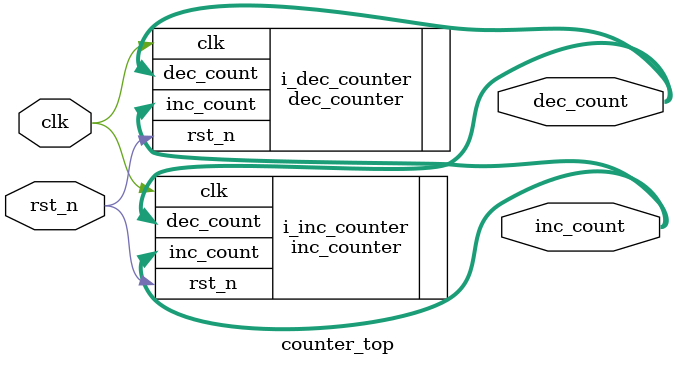
<source format=v>
`timescale 1ns / 1ps


module counter_top(
    input wire clk, rst_n,
    output wire [7:0] dec_count, inc_count
    );
inc_counter i_inc_counter(.clk(clk), .rst_n(rst_n), .dec_count(dec_count), .inc_count(inc_count));
dec_counter i_dec_counter(.clk(clk), .rst_n(rst_n), .dec_count(dec_count), .inc_count(inc_count));    
endmodule

</source>
